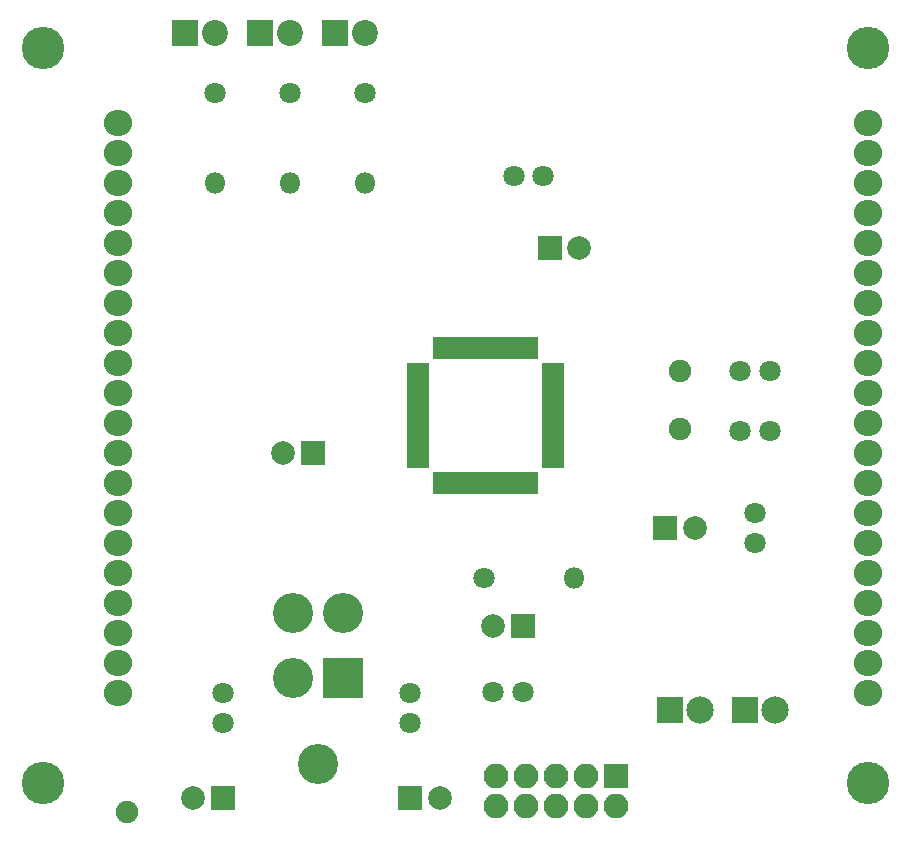
<source format=gbr>
G04 #@! TF.FileFunction,Soldermask,Top*
%FSLAX46Y46*%
G04 Gerber Fmt 4.6, Leading zero omitted, Abs format (unit mm)*
G04 Created by KiCad (PCBNEW 4.0.7) date Wed Apr 18 20:42:23 2018*
%MOMM*%
%LPD*%
G01*
G04 APERTURE LIST*
%ADD10C,0.100000*%
%ADD11R,1.900000X0.950000*%
%ADD12R,0.950000X1.900000*%
%ADD13R,2.200000X2.200000*%
%ADD14C,2.200000*%
%ADD15C,1.900000*%
%ADD16R,3.400000X3.400000*%
%ADD17C,3.400000*%
%ADD18R,2.100000X2.100000*%
%ADD19O,2.100000X2.100000*%
%ADD20R,2.305000X2.305000*%
%ADD21C,2.305000*%
%ADD22C,1.800000*%
%ADD23O,1.800000X1.800000*%
%ADD24R,2.000000X2.000000*%
%ADD25C,2.000000*%
%ADD26C,3.600000*%
%ADD27O,2.400000X2.200000*%
G04 APERTURE END LIST*
D10*
D11*
X72405000Y-55690000D03*
X72405000Y-56490000D03*
X72405000Y-57290000D03*
X72405000Y-58090000D03*
X72405000Y-58890000D03*
X72405000Y-59690000D03*
X72405000Y-60490000D03*
X72405000Y-61290000D03*
X72405000Y-62090000D03*
X72405000Y-62890000D03*
X72405000Y-63690000D03*
D12*
X74105000Y-65390000D03*
X74905000Y-65390000D03*
X75705000Y-65390000D03*
X76505000Y-65390000D03*
X77305000Y-65390000D03*
X78105000Y-65390000D03*
X78905000Y-65390000D03*
X79705000Y-65390000D03*
X80505000Y-65390000D03*
X81305000Y-65390000D03*
X82105000Y-65390000D03*
D11*
X83805000Y-63690000D03*
X83805000Y-62890000D03*
X83805000Y-62090000D03*
X83805000Y-61290000D03*
X83805000Y-60490000D03*
X83805000Y-59690000D03*
X83805000Y-58890000D03*
X83805000Y-58090000D03*
X83805000Y-57290000D03*
X83805000Y-56490000D03*
X83805000Y-55690000D03*
D12*
X82105000Y-53990000D03*
X81305000Y-53990000D03*
X80505000Y-53990000D03*
X79705000Y-53990000D03*
X78905000Y-53990000D03*
X78105000Y-53990000D03*
X77305000Y-53990000D03*
X76505000Y-53990000D03*
X75705000Y-53990000D03*
X74905000Y-53990000D03*
X74105000Y-53990000D03*
D13*
X52705000Y-27305000D03*
D14*
X55245000Y-27305000D03*
D13*
X59055000Y-27305000D03*
D14*
X61595000Y-27305000D03*
D13*
X65405000Y-27305000D03*
D14*
X67945000Y-27305000D03*
D15*
X47752000Y-93218000D03*
D16*
X66040000Y-81915000D03*
D17*
X61840000Y-81915000D03*
X66040000Y-76415000D03*
X61840000Y-76415000D03*
X63940000Y-89215000D03*
D18*
X89154000Y-90170000D03*
D19*
X89154000Y-92710000D03*
X86614000Y-90170000D03*
X86614000Y-92710000D03*
X84074000Y-90170000D03*
X84074000Y-92710000D03*
X81534000Y-90170000D03*
X81534000Y-92710000D03*
X78994000Y-90170000D03*
X78994000Y-92710000D03*
D20*
X93726000Y-84582000D03*
D21*
X96266000Y-84582000D03*
D20*
X100076000Y-84582000D03*
D21*
X102616000Y-84582000D03*
D22*
X77978000Y-73406000D03*
D23*
X85598000Y-73406000D03*
D22*
X55245000Y-32385000D03*
D23*
X55245000Y-40005000D03*
D22*
X61595000Y-32385000D03*
D23*
X61595000Y-40005000D03*
D22*
X67945000Y-32385000D03*
D23*
X67945000Y-40005000D03*
D15*
X94615000Y-55880000D03*
X94615000Y-60780000D03*
D22*
X99695000Y-60960000D03*
X102195000Y-60960000D03*
X99695000Y-55880000D03*
X102195000Y-55880000D03*
X55880000Y-83185000D03*
X55880000Y-85685000D03*
D24*
X55880000Y-92075000D03*
D25*
X53380000Y-92075000D03*
D22*
X71755000Y-83185000D03*
X71755000Y-85685000D03*
D24*
X71755000Y-92075000D03*
D25*
X74255000Y-92075000D03*
D24*
X63500000Y-62865000D03*
D25*
X61000000Y-62865000D03*
D22*
X81280000Y-83058000D03*
X78780000Y-83058000D03*
D24*
X81280000Y-77470000D03*
D25*
X78780000Y-77470000D03*
D22*
X100965000Y-67945000D03*
X100965000Y-70445000D03*
D24*
X93345000Y-69215000D03*
D25*
X95845000Y-69215000D03*
D22*
X80518000Y-39370000D03*
X83018000Y-39370000D03*
D24*
X83566000Y-45466000D03*
D25*
X86066000Y-45466000D03*
D26*
X40640000Y-28575000D03*
X40640000Y-90805000D03*
X110490000Y-90805000D03*
D27*
X110490000Y-73025000D03*
X110490000Y-75565000D03*
X110490000Y-78105000D03*
X110490000Y-80645000D03*
X110490000Y-83185000D03*
X110490000Y-70485000D03*
X110490000Y-67945000D03*
X110490000Y-65405000D03*
X110490000Y-62865000D03*
X110490000Y-60325000D03*
X110490000Y-34925000D03*
X110490000Y-37465000D03*
X110490000Y-40005000D03*
X110490000Y-42545000D03*
X110490000Y-45085000D03*
X110490000Y-57785000D03*
X110490000Y-55245000D03*
X110490000Y-52705000D03*
X110490000Y-50165000D03*
X110490000Y-47625000D03*
X46990000Y-47625000D03*
X46990000Y-50165000D03*
X46990000Y-52705000D03*
X46990000Y-55245000D03*
X46990000Y-57785000D03*
X46990000Y-45085000D03*
X46990000Y-42545000D03*
X46990000Y-40005000D03*
X46990000Y-37465000D03*
X46990000Y-34925000D03*
X46990000Y-60325000D03*
X46990000Y-62865000D03*
X46990000Y-65405000D03*
X46990000Y-67945000D03*
X46990000Y-70485000D03*
X46990000Y-83185000D03*
X46990000Y-80645000D03*
X46990000Y-78105000D03*
X46990000Y-75565000D03*
X46990000Y-73025000D03*
D26*
X110490000Y-28575000D03*
M02*

</source>
